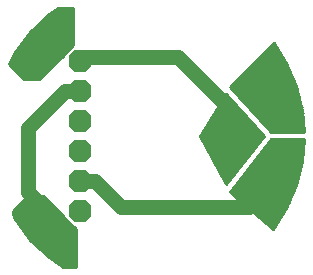
<source format=gtl>
G75*
%MOIN*%
%OFA0B0*%
%FSLAX25Y25*%
%IPPOS*%
%LPD*%
%AMOC8*
5,1,8,0,0,1.08239X$1,22.5*
%
%ADD10OC8,0.07600*%
%ADD11C,0.10000*%
%ADD12C,0.01000*%
%ADD13OC8,0.03762*%
%ADD14C,0.05000*%
D10*
X0034300Y0031800D03*
X0034300Y0041800D03*
X0034300Y0051800D03*
X0034300Y0061800D03*
X0034300Y0071800D03*
X0034300Y0081800D03*
D11*
X0024300Y0090550D03*
X0088050Y0056800D03*
X0101800Y0065550D03*
X0101800Y0046800D03*
X0024300Y0023050D03*
D12*
X0019723Y0020269D02*
X0033050Y0020269D01*
X0033050Y0021267D02*
X0018683Y0021267D01*
X0017728Y0022185D02*
X0012681Y0028901D01*
X0011800Y0030580D01*
X0011800Y0031800D01*
X0016800Y0036800D01*
X0021800Y0036800D01*
X0028800Y0029800D01*
X0028800Y0029522D01*
X0032022Y0026300D01*
X0032300Y0026300D01*
X0033050Y0025550D01*
X0033050Y0013050D01*
X0028590Y0013050D01*
X0023786Y0016366D01*
X0017728Y0022185D01*
X0017667Y0022266D02*
X0033050Y0022266D01*
X0033050Y0023264D02*
X0016917Y0023264D01*
X0016166Y0024263D02*
X0033050Y0024263D01*
X0033050Y0025261D02*
X0015416Y0025261D01*
X0014666Y0026260D02*
X0032340Y0026260D01*
X0031064Y0027258D02*
X0013915Y0027258D01*
X0013165Y0028257D02*
X0030065Y0028257D01*
X0029066Y0029255D02*
X0012495Y0029255D01*
X0011971Y0030254D02*
X0028346Y0030254D01*
X0027348Y0031252D02*
X0011800Y0031252D01*
X0012251Y0032251D02*
X0026349Y0032251D01*
X0025351Y0033249D02*
X0013249Y0033249D01*
X0014248Y0034248D02*
X0024352Y0034248D01*
X0023354Y0035246D02*
X0015246Y0035246D01*
X0016245Y0036245D02*
X0022355Y0036245D01*
X0020762Y0019270D02*
X0033050Y0019270D01*
X0033050Y0018272D02*
X0021802Y0018272D01*
X0022841Y0017273D02*
X0033050Y0017273D01*
X0033050Y0016275D02*
X0023918Y0016275D01*
X0025365Y0015276D02*
X0033050Y0015276D01*
X0033050Y0014278D02*
X0026811Y0014278D01*
X0028258Y0013279D02*
X0033050Y0013279D01*
X0076228Y0053220D02*
X0092796Y0053220D01*
X0093564Y0054218D02*
X0075690Y0054218D01*
X0075153Y0055217D02*
X0094332Y0055217D01*
X0095100Y0056215D02*
X0074615Y0056215D01*
X0074300Y0056800D02*
X0083050Y0070550D01*
X0095550Y0056800D01*
X0083050Y0040550D01*
X0074300Y0056800D01*
X0074563Y0057214D02*
X0095174Y0057214D01*
X0094266Y0058212D02*
X0075199Y0058212D01*
X0075834Y0059211D02*
X0093358Y0059211D01*
X0092451Y0060209D02*
X0076469Y0060209D01*
X0077105Y0061208D02*
X0091543Y0061208D01*
X0090635Y0062206D02*
X0077740Y0062206D01*
X0078376Y0063205D02*
X0089728Y0063205D01*
X0088820Y0064203D02*
X0079011Y0064203D01*
X0079647Y0065202D02*
X0087912Y0065202D01*
X0087004Y0066200D02*
X0080282Y0066200D01*
X0080917Y0067199D02*
X0086097Y0067199D01*
X0085189Y0068197D02*
X0081553Y0068197D01*
X0082188Y0069196D02*
X0084281Y0069196D01*
X0083373Y0070194D02*
X0082824Y0070194D01*
X0085087Y0072191D02*
X0106594Y0072191D01*
X0106840Y0071193D02*
X0086002Y0071193D01*
X0086918Y0070194D02*
X0107087Y0070194D01*
X0107333Y0069196D02*
X0087833Y0069196D01*
X0088748Y0068197D02*
X0107579Y0068197D01*
X0107825Y0067199D02*
X0089664Y0067199D01*
X0090579Y0066200D02*
X0108071Y0066200D01*
X0108317Y0065202D02*
X0091494Y0065202D01*
X0092410Y0064203D02*
X0108402Y0064203D01*
X0108324Y0065173D02*
X0108899Y0058050D01*
X0098050Y0058050D01*
X0084300Y0073050D01*
X0098871Y0087621D01*
X0103021Y0081059D01*
X0106314Y0073330D01*
X0108324Y0065173D01*
X0108483Y0063205D02*
X0093325Y0063205D01*
X0094240Y0062206D02*
X0108564Y0062206D01*
X0108644Y0061208D02*
X0095155Y0061208D01*
X0096071Y0060209D02*
X0108725Y0060209D01*
X0108805Y0059211D02*
X0096986Y0059211D01*
X0097901Y0058212D02*
X0108886Y0058212D01*
X0108899Y0055550D02*
X0108324Y0048427D01*
X0106314Y0040270D01*
X0103021Y0032541D01*
X0098699Y0025708D01*
X0084300Y0038050D01*
X0098050Y0055550D01*
X0108899Y0055550D01*
X0108872Y0055217D02*
X0097788Y0055217D01*
X0097004Y0054218D02*
X0108792Y0054218D01*
X0108711Y0053220D02*
X0096219Y0053220D01*
X0095434Y0052221D02*
X0108630Y0052221D01*
X0108550Y0051223D02*
X0094650Y0051223D01*
X0093865Y0050224D02*
X0108469Y0050224D01*
X0108389Y0049226D02*
X0093081Y0049226D01*
X0092296Y0048227D02*
X0108275Y0048227D01*
X0108324Y0048427D02*
X0108324Y0048427D01*
X0108029Y0047229D02*
X0091512Y0047229D01*
X0090727Y0046230D02*
X0107783Y0046230D01*
X0107537Y0045232D02*
X0089943Y0045232D01*
X0089158Y0044233D02*
X0107290Y0044233D01*
X0107044Y0043234D02*
X0088374Y0043234D01*
X0087589Y0042236D02*
X0106798Y0042236D01*
X0106552Y0041237D02*
X0086804Y0041237D01*
X0086020Y0040239D02*
X0106300Y0040239D01*
X0105875Y0039240D02*
X0085235Y0039240D01*
X0084451Y0038242D02*
X0105450Y0038242D01*
X0105024Y0037243D02*
X0085241Y0037243D01*
X0086406Y0036245D02*
X0104599Y0036245D01*
X0104173Y0035246D02*
X0087571Y0035246D01*
X0088736Y0034248D02*
X0103748Y0034248D01*
X0103322Y0033249D02*
X0089901Y0033249D01*
X0091066Y0032251D02*
X0102837Y0032251D01*
X0102206Y0031252D02*
X0092231Y0031252D01*
X0093396Y0030254D02*
X0101574Y0030254D01*
X0100943Y0029255D02*
X0094560Y0029255D01*
X0095725Y0028257D02*
X0100311Y0028257D01*
X0099680Y0027258D02*
X0096890Y0027258D01*
X0098055Y0026260D02*
X0099049Y0026260D01*
X0083579Y0041237D02*
X0082680Y0041237D01*
X0082142Y0042236D02*
X0084347Y0042236D01*
X0085115Y0043234D02*
X0081605Y0043234D01*
X0081067Y0044233D02*
X0085883Y0044233D01*
X0086651Y0045232D02*
X0080529Y0045232D01*
X0079992Y0046230D02*
X0087419Y0046230D01*
X0088187Y0047229D02*
X0079454Y0047229D01*
X0078916Y0048227D02*
X0088955Y0048227D01*
X0089724Y0049226D02*
X0078379Y0049226D01*
X0077841Y0050224D02*
X0090492Y0050224D01*
X0091260Y0051223D02*
X0077303Y0051223D01*
X0076766Y0052221D02*
X0092028Y0052221D01*
X0084440Y0073190D02*
X0106348Y0073190D01*
X0106314Y0073330D02*
X0106314Y0073330D01*
X0105948Y0074188D02*
X0085438Y0074188D01*
X0086437Y0075187D02*
X0105522Y0075187D01*
X0105097Y0076185D02*
X0087435Y0076185D01*
X0088434Y0077184D02*
X0104672Y0077184D01*
X0104246Y0078182D02*
X0089432Y0078182D01*
X0090431Y0079181D02*
X0103821Y0079181D01*
X0103395Y0080179D02*
X0091429Y0080179D01*
X0092428Y0081178D02*
X0102945Y0081178D01*
X0102314Y0082176D02*
X0093426Y0082176D01*
X0094425Y0083175D02*
X0101682Y0083175D01*
X0101051Y0084173D02*
X0095423Y0084173D01*
X0096422Y0085172D02*
X0100420Y0085172D01*
X0099788Y0086170D02*
X0097420Y0086170D01*
X0098419Y0087169D02*
X0099157Y0087169D01*
X0031800Y0087169D02*
X0014537Y0087169D01*
X0013787Y0086170D02*
X0030892Y0086170D01*
X0031800Y0087078D02*
X0028800Y0084078D01*
X0028800Y0083800D01*
X0020550Y0075550D01*
X0015550Y0075550D01*
X0010550Y0080550D01*
X0010550Y0080639D01*
X0012681Y0084699D01*
X0017728Y0091415D01*
X0023786Y0097234D01*
X0026779Y0099300D01*
X0031800Y0099300D01*
X0031800Y0087078D01*
X0031800Y0088168D02*
X0015287Y0088168D01*
X0016038Y0089166D02*
X0031800Y0089166D01*
X0031800Y0090165D02*
X0016788Y0090165D01*
X0017538Y0091163D02*
X0031800Y0091163D01*
X0031800Y0092162D02*
X0018505Y0092162D01*
X0019545Y0093160D02*
X0031800Y0093160D01*
X0031800Y0094159D02*
X0020584Y0094159D01*
X0021624Y0095157D02*
X0031800Y0095157D01*
X0031800Y0096156D02*
X0022663Y0096156D01*
X0023703Y0097154D02*
X0031800Y0097154D01*
X0031800Y0098153D02*
X0025117Y0098153D01*
X0026563Y0099151D02*
X0031800Y0099151D01*
X0029894Y0085172D02*
X0013036Y0085172D01*
X0012405Y0084173D02*
X0028895Y0084173D01*
X0028175Y0083175D02*
X0011881Y0083175D01*
X0011357Y0082176D02*
X0027176Y0082176D01*
X0026178Y0081178D02*
X0010833Y0081178D01*
X0010921Y0080179D02*
X0025179Y0080179D01*
X0024181Y0079181D02*
X0011919Y0079181D01*
X0012918Y0078182D02*
X0023182Y0078182D01*
X0022184Y0077184D02*
X0013916Y0077184D01*
X0014915Y0076185D02*
X0021185Y0076185D01*
D13*
X0023050Y0081800D03*
X0018050Y0085550D03*
X0030550Y0095550D03*
X0081800Y0061800D03*
X0084300Y0065550D03*
X0094300Y0070550D03*
X0100550Y0075550D03*
X0083050Y0050550D03*
X0086800Y0048050D03*
X0093050Y0043050D03*
X0099300Y0036800D03*
X0030550Y0018050D03*
X0018050Y0029300D03*
X0023050Y0031800D03*
D14*
X0016800Y0038050D01*
X0016800Y0059300D01*
X0029300Y0071800D01*
X0034300Y0071800D01*
X0034300Y0081800D02*
X0035550Y0083050D01*
X0066800Y0083050D01*
X0084300Y0065550D01*
X0093050Y0043050D02*
X0095550Y0038050D01*
X0090550Y0033050D01*
X0048050Y0033050D01*
X0039300Y0041800D01*
X0034300Y0041800D01*
M02*

</source>
